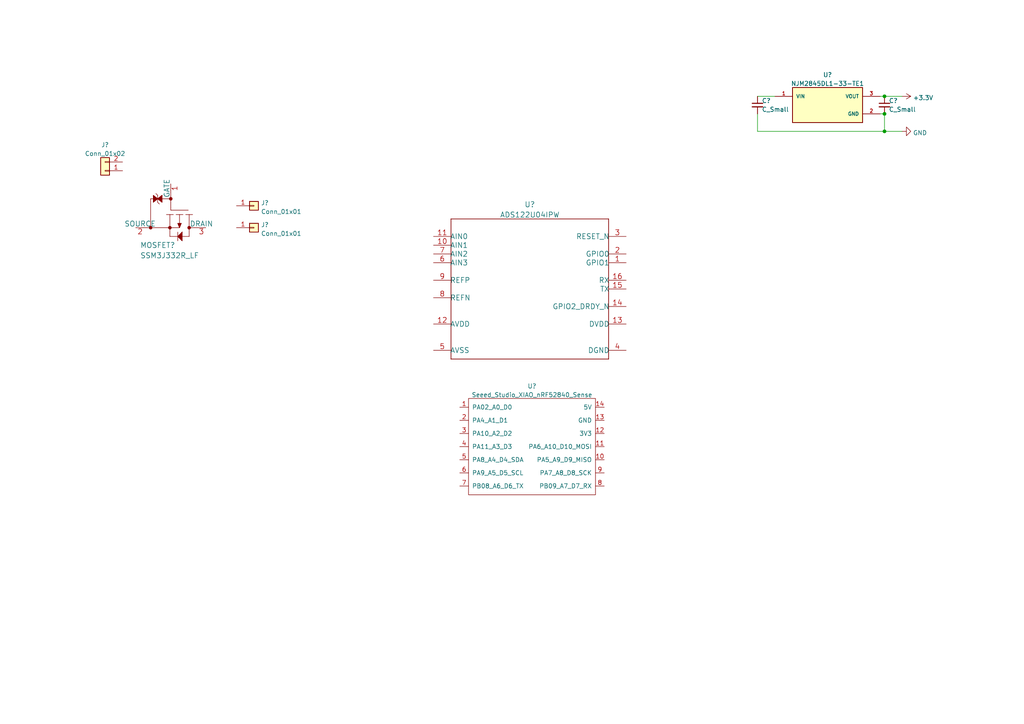
<source format=kicad_sch>
(kicad_sch (version 20211123) (generator eeschema)
  (paper "A4")
  (lib_symbols
    (symbol "ADS122U04IPW:ADS122U04IPW" (pin_names (offset -0.254))
      (property "Reference" "U" (at 0 2.54 0))
      (property "Value" "ADS122U04IPW" (at 0 0 0))
      (symbol "ADS122U04IPW_1_1"
        (polyline (pts (xy -22.86 -20.32) (xy 22.86 -20.32)) (stroke (width 0.2032)))
        (polyline (pts (xy -22.86 20.32) (xy -22.86 -20.32)) (stroke (width 0.2032)))
        (polyline (pts (xy 22.86 -20.32) (xy 22.86 20.32)) (stroke (width 0.2032)))
        (polyline (pts (xy 22.86 20.32) (xy -22.86 20.32)) (stroke (width 0.2032)))
        (pin bidirectional line (at 27.94 7.62 180) (length 5.08) (name "GPIO1") (number "1"))
        (pin input line (at -27.94 12.7 0) (length 5.08) (name "AIN1") (number "10"))
        (pin input line (at -27.94 15.24 0) (length 5.08) (name "AIN0") (number "11"))
        (pin power_in line (at -27.94 -10.16 0) (length 5.08) (name "AVDD") (number "12"))
        (pin power_in line (at 27.94 -10.16 180) (length 5.08) (name "DVDD") (number "13"))
        (pin bidirectional line (at 27.94 -5.08 180) (length 5.08) (name "GPIO2_DRDY_N") (number "14"))
        (pin output line (at 27.94 0 180) (length 5.08) (name "TX") (number "15"))
        (pin input line (at 27.94 2.54 180) (length 5.08) (name "RX") (number "16"))
        (pin bidirectional line (at 27.94 10.16 180) (length 5.08) (name "GPIO0") (number "2"))
        (pin input line (at 27.94 15.24 180) (length 5.08) (name "RESET_N") (number "3"))
        (pin power_in line (at 27.94 -17.78 180) (length 5.08) (name "DGND") (number "4"))
        (pin power_in line (at -27.94 -17.78 0) (length 5.08) (name "AVSS") (number "5"))
        (pin input line (at -27.94 7.62 0) (length 5.08) (name "AIN3") (number "6"))
        (pin input line (at -27.94 10.16 0) (length 5.08) (name "AIN2") (number "7"))
        (pin input line (at -27.94 -2.54 0) (length 5.08) (name "REFN") (number "8"))
        (pin input line (at -27.94 2.54 0) (length 5.08) (name "REFP") (number "9"))
      )
    )
    (symbol "Connector_Generic:Conn_01x01" (pin_names (offset 1.016) hide)
      (property "Reference" "J" (at 0 2.54 0))
      (property "Value" "Conn_01x01" (at 0 -2.54 0))
      (symbol "Conn_01x01_1_1"
        (rectangle (start -1.27 0.127) (end 0 -0.127) (stroke (width 0.1524)))
        (rectangle (start -1.27 1.27) (end 1.27 -1.27) (stroke (width 0.254)) (fill (type background)))
        (pin passive line (at -5.08 0 0) (length 3.81) (name "Pin_1") (number "1"))
      )
    )
    (symbol "Connector_Generic:Conn_01x02" (pin_names (offset 1.016) hide)
      (property "Reference" "J" (at 0 2.54 0))
      (property "Value" "Conn_01x02" (at 0 -5.08 0))
      (symbol "Conn_01x02_1_1"
        (rectangle (start -1.27 -2.413) (end 0 -2.667) (stroke (width 0.1524)))
        (rectangle (start -1.27 0.127) (end 0 -0.127) (stroke (width 0.1524)))
        (rectangle (start -1.27 1.27) (end 1.27 -3.81) (stroke (width 0.254)) (fill (type background)))
        (pin passive line (at -5.08 0 0) (length 3.81) (name "Pin_1") (number "1"))
        (pin passive line (at -5.08 -2.54 0) (length 3.81) (name "Pin_2") (number "2"))
      )
    )
    (symbol "Device:C_Small" (pin_numbers hide) (pin_names (offset 0.254) hide)
      (property "Reference" "C" (at 0.254 1.778 0))
      (property "Value" "C_Small" (at 0.254 -2.032 0))
      (symbol "C_Small_0_1"
        (polyline (pts (xy -1.524 -0.508) (xy 1.524 -0.508)) (stroke (width 0.3302)))
        (polyline (pts (xy -1.524 0.508) (xy 1.524 0.508)) (stroke (width 0.3048)))
      )
      (symbol "C_Small_1_1"
        (pin passive line (at 0 2.54 270) (length 2.032) (name "~") (number "1"))
        (pin passive line (at 0 -2.54 90) (length 2.032) (name "~") (number "2"))
      )
    )
    (symbol "NJM2845DL1-33-TE1:NJM2845DL1-33-TE1" (pin_names (offset 1.016))
      (property "Reference" "U" (at -10.1854 5.842 0))
      (property "Value" "NJM2845DL1-33-TE1" (at -10.16 -7.62 0))
      (symbol "NJM2845DL1-33-TE1_0_0"
        (rectangle (start -10.16 -5.08) (end 10.16 5.08) (stroke (width 0.254)) (fill (type background)))
        (pin input line (at -15.24 2.54 0) (length 5.08) (name "VIN") (number "1"))
        (pin power_in line (at 15.24 -2.54 180) (length 5.08) (name "GND") (number "2"))
        (pin output line (at 15.24 2.54 180) (length 5.08) (name "VOUT") (number "3"))
      )
    )
    (symbol "SSM3J332RLF:SSM3J332R_LF" (pin_names (offset 0))
      (property "Reference" "MOSFET" (at 0 0 0))
      (property "Value" "SSM3J332R_LF" (at 0 0 0))
      (symbol "SSM3J332R_LF_1_1"
        (polyline (pts (xy 0 -7.62) (xy 4.572 -7.62)) (stroke (width 0.1524)))
        (polyline (pts (xy 0.762 -12.7) (xy 2.794 -12.7)) (stroke (width 0.1524)))
        (polyline (pts (xy 0.762 -11.43) (xy 0.254 -11.938)) (stroke (width 0.1524)))
        (polyline (pts (xy 0.762 -11.43) (xy 2.794 -11.43)) (stroke (width 0.1524)))
        (polyline (pts (xy 0.762 -10.16) (xy 1.778 -11.43)) (stroke (width 0.1524)))
        (polyline (pts (xy 0.762 -10.16) (xy 2.794 -10.16)) (stroke (width 0.1524)))
        (polyline (pts (xy 1.778 -13.462) (xy 10.16 -13.462)) (stroke (width 0.1524)))
        (polyline (pts (xy 1.778 -12.7) (xy 1.778 -13.462)) (stroke (width 0.1524)))
        (polyline (pts (xy 1.778 -11.43) (xy 0.762 -12.7)) (stroke (width 0.1524)))
        (polyline (pts (xy 1.778 -7.62) (xy 1.778 -10.16)) (stroke (width 0.1524)))
        (polyline (pts (xy 2.794 -12.7) (xy 1.778 -11.43)) (stroke (width 0.1524)))
        (polyline (pts (xy 2.794 -11.43) (xy 3.302 -10.922)) (stroke (width 0.1524)))
        (polyline (pts (xy 2.794 -10.16) (xy 1.778 -11.43)) (stroke (width 0.1524)))
        (polyline (pts (xy 5.08 -7.62) (xy 4.318 -7.62)) (stroke (width 0.1524)))
        (polyline (pts (xy 5.08 -7.62) (xy 5.08 -2.54)) (stroke (width 0.1524)))
        (polyline (pts (xy 6.35 -8.89) (xy 6.35 -6.858)) (stroke (width 0.1524)))
        (polyline (pts (xy 6.35 -7.874) (xy 12.7 -7.874)) (stroke (width 0.1524)))
        (polyline (pts (xy 6.35 -6.096) (xy 6.35 -4.064)) (stroke (width 0.1524)))
        (polyline (pts (xy 6.35 -5.08) (xy 8.89 -5.08)) (stroke (width 0.1524)))
        (polyline (pts (xy 6.35 -3.302) (xy 6.35 -1.27)) (stroke (width 0.1524)))
        (polyline (pts (xy 8.89 -5.588) (xy 10.16 -5.08)) (stroke (width 0.1524)))
        (polyline (pts (xy 8.89 -4.572) (xy 8.89 -5.588)) (stroke (width 0.1524)))
        (polyline (pts (xy 10.16 -5.08) (xy 8.89 -4.572)) (stroke (width 0.1524)))
        (polyline (pts (xy 10.16 -5.08) (xy 10.16 -15.24)) (stroke (width 0.1524)))
        (polyline (pts (xy 10.16 0) (xy 10.16 -2.286)) (stroke (width 0.1524)))
        (polyline (pts (xy 11.43 -5.588) (xy 13.97 -5.588)) (stroke (width 0.1524)))
        (polyline (pts (xy 11.43 -4.318) (xy 13.97 -4.318)) (stroke (width 0.1524)))
        (polyline (pts (xy 12.7 -7.874) (xy 12.7 -5.588)) (stroke (width 0.1524)))
        (polyline (pts (xy 12.7 -5.588) (xy 11.43 -4.318)) (stroke (width 0.1524)))
        (polyline (pts (xy 12.7 -4.318) (xy 12.7 -2.286)) (stroke (width 0.1524)))
        (polyline (pts (xy 12.7 -2.286) (xy 6.35 -2.286)) (stroke (width 0.1524)))
        (polyline (pts (xy 13.97 -4.318) (xy 12.7 -5.588)) (stroke (width 0.1524)))
        (polyline (pts (xy 8.89 -4.572) (xy 8.89 -5.588) (xy 10.16 -5.08) (xy 8.89 -4.572)) (fill (type outline)))
        (polyline (pts (xy 11.43 -4.318) (xy 12.7 -5.588) (xy 13.97 -4.318) (xy 11.43 -4.318)) (fill (type outline)))
        (polyline (pts (xy 0.762 -10.16) (xy 1.778 -11.43) (xy 0.762 -12.7) (xy 2.794 -12.7) (xy 1.778 -11.43) (xy 2.794 -10.16) (xy 0.762 -10.16)) (fill (type outline)))
        (circle (center 1.778 -7.62) (radius 0.254) (stroke (width 0.508)))
        (circle (center 10.16 -13.462) (radius 0.254) (stroke (width 0.508)))
        (circle (center 10.16 -7.874) (radius 0.254) (stroke (width 0.508)))
        (circle (center 10.16 -2.286) (radius 0.254) (stroke (width 0.508)))
        (pin unspecified line (at -2.54 -7.62 0) (length 2.54) (name "GATE") (number "1"))
        (pin unspecified line (at 10.16 -17.78 90) (length 2.54) (name "SOURCE") (number "2"))
        (pin unspecified line (at 10.16 2.54 270) (length 2.54) (name "DRAIN") (number "3"))
      )
    )
    (symbol "Seeed_Studio_XIAO_nRF52840_Sense:Seeed_Studio_XIAO_nRF52840_Sense" (pin_names (offset 1.016))
      (property "Reference" "U" (at 0 -17.78 0))
      (property "Value" "Seeed_Studio_XIAO_nRF52840_Sense" (at -1.27 -15.24 0))
      (symbol "Seeed_Studio_XIAO_nRF52840_Sense_0_1"
        (rectangle (start -19.05 13.97) (end 17.78 -13.97))
      )
      (symbol "Seeed_Studio_XIAO_nRF52840_Sense_1_1"
        (pin unspecified line (at -21.59 11.43 0) (length 2.54) (name "PA02_A0_D0") (number "1"))
        (pin unspecified line (at 20.32 -3.81 180) (length 2.54) (name "PA5_A9_D9_MISO") (number "10"))
        (pin unspecified line (at 20.32 0 180) (length 2.54) (name "PA6_A10_D10_MOSI") (number "11"))
        (pin unspecified line (at 20.32 3.81 180) (length 2.54) (name "3V3") (number "12"))
        (pin unspecified line (at 20.32 7.62 180) (length 2.54) (name "GND") (number "13"))
        (pin unspecified line (at 20.32 11.43 180) (length 2.54) (name "5V") (number "14"))
        (pin unspecified line (at -21.59 7.62 0) (length 2.54) (name "PA4_A1_D1") (number "2"))
        (pin unspecified line (at -21.59 3.81 0) (length 2.54) (name "PA10_A2_D2") (number "3"))
        (pin unspecified line (at -21.59 0 0) (length 2.54) (name "PA11_A3_D3") (number "4"))
        (pin unspecified line (at -21.59 -3.81 0) (length 2.54) (name "PA8_A4_D4_SDA") (number "5"))
        (pin unspecified line (at -21.59 -7.62 0) (length 2.54) (name "PA9_A5_D5_SCL") (number "6"))
        (pin unspecified line (at -21.59 -11.43 0) (length 2.54) (name "PB08_A6_D6_TX") (number "7"))
        (pin unspecified line (at 20.32 -11.43 180) (length 2.54) (name "PB09_A7_D7_RX") (number "8"))
        (pin unspecified line (at 20.32 -7.62 180) (length 2.54) (name "PA7_A8_D8_SCK") (number "9"))
      )
    )
    (symbol "power:+3.3V" (power) (pin_names (offset 0))
      (property "Value" "+3.3V" (at 0 3.556 0))
      (symbol "+3.3V_0_1"
        (polyline (pts (xy -0.762 1.27) (xy 0 2.54)))
        (polyline (pts (xy 0 0) (xy 0 2.54)))
        (polyline (pts (xy 0 2.54) (xy 0.762 1.27)))
      )
      (symbol "+3.3V_1_1"
        (pin power_in line (at 0 0 90) (length 0) hide (name "+3.3V") (number "1"))
      )
    )
    (symbol "power:GND" (power) (pin_names (offset 0))
      (property "Value" "GND" (at 0 -3.81 0))
      (symbol "GND_0_1"
        (polyline (pts (xy 0 0) (xy 0 -1.27) (xy 1.27 -1.27) (xy 0 -2.54) (xy -1.27 -1.27) (xy 0 -1.27)))
      )
      (symbol "GND_1_1"
        (pin power_in line (at 0 0 270) (length 0) hide (name "GND") (number "1"))
      )
    )
  )
  (junction (at 256.54 33.02))
  (junction (at 256.54 38.1))
  (junction (at 256.54 27.94))
  (wire (pts (xy 256.54 27.94) (xy 261.62 27.94)))
  (wire (pts (xy 219.71 27.94) (xy 224.79 27.94)))
  (wire (pts (xy 256.54 38.1) (xy 219.71 38.1)))
  (wire (pts (xy 255.27 27.94) (xy 256.54 27.94)))
  (wire (pts (xy 255.27 33.02) (xy 256.54 33.02)))
  (wire (pts (xy 219.71 38.1) (xy 219.71 33.02)))
  (wire (pts (xy 261.62 38.1) (xy 256.54 38.1)))
  (wire (pts (xy 256.54 33.02) (xy 256.54 38.1)))
  (symbol (lib_id "ADS122U04IPW:ADS122U04IPW") (at 153.67 83.82 0) (unit 1)
    (property "Reference" "U?" (at 153.67 59.3143 0) (effects (font (size 1.524 1.524))))
    (property "Value" "ADS122U04IPW" (at 153.67 62.3077 0) (effects (font (size 1.524 1.524))))
    (property "Footprint" "PW0016A_N" (effects hide))
  )
  (symbol (lib_id "NJM2845DL1-33-TE1:NJM2845DL1-33-TE1") (at 240.03 30.48 0) (unit 1)
    (property "Reference" "U?" (at 240.03 21.7002 0))
    (property "Value" "NJM2845DL1-33-TE1" (at 240.03 24.2371 0))
    (property "Footprint" "DPAK228P968X238-4N" (effects hide))
    (property "STANDARD" "IPC 7351B" (effects hide))
    (property "MANUFACTURER" "JRC" (effects hide))
    (property "PARTREV" "2012-10-31" (effects hide))
  )
  (symbol (lib_id "power:+3.3V") (at 261.62 27.94 270) (unit 1)
    (property "Reference" "#PWR?" (effects hide))
    (property "Value" "+3.3V" (at 264.795 28.3738 90) (effects (justify left)))
  )
  (symbol (lib_id "power:GND") (at 261.62 38.1 90) (unit 1)
    (property "Reference" "#PWR?" (effects hide))
    (property "Value" "GND" (at 264.795 38.5338 90) (effects (justify right)))
  )
  (symbol (lib_id "Connector_Generic:Conn_01x02") (at 30.48 49.53 180) (unit 1)
    (property "Reference" "J?" (at 30.48 42.0202 0))
    (property "Value" "Conn_01x02" (at 30.48 44.5571 0))
  )
  (symbol (lib_id "Device:C_Small") (at 219.71 30.48 0) (unit 1)
    (property "Reference" "C?" (at 220.98 29.21 0) (effects (justify left)))
    (property "Value" "C_Small" (at 220.98 31.75 0) (effects (justify left)))
  )
  (symbol (lib_id "Device:C_Small") (at 256.54 30.48 0) (unit 1)
    (property "Reference" "C?" (at 257.81 29.21 0) (effects (justify left)))
    (property "Value" "C_Small" (at 257.81 31.75 0) (effects (justify left)))
  )
  (symbol (lib_id "Connector_Generic:Conn_01x01") (at 73.66 66.04 0) (unit 1)
    (property "Reference" "J?" (at 75.692 65.2053 0) (effects (justify left)))
    (property "Value" "Conn_01x01" (at 75.692 67.7422 0) (effects (justify left)))
  )
  (symbol (lib_id "Seeed_Studio_XIAO_nRF52840_Sense:Seeed_Studio_XIAO_nRF52840_Sense") (at 154.94 129.54 0) (unit 1)
    (property "Reference" "U?" (at 154.305 111.9972 0))
    (property "Value" "Seeed_Studio_XIAO_nRF52840_Sense" (at 154.305 114.5341 0))
  )
  (symbol (lib_id "SSM3J332RLF:SSM3J332R_LF") (at 57.15 55.88 270) (unit 1)
    (property "Reference" "MOSFET?" (at 40.64 71.12 90) (effects (font (size 1.524 1.524)) (justify left)))
    (property "Value" "SSM3J332R_LF" (at 40.64 74.1134 90) (effects (font (size 1.524 1.524)) (justify left)))
    (property "Footprint" "SOT-23F_TOS" (effects hide))
  )
  (symbol (lib_id "Connector_Generic:Conn_01x01") (at 73.66 59.69 0) (unit 1)
    (property "Reference" "J?" (at 75.692 58.8553 0) (effects (justify left)))
    (property "Value" "Conn_01x01" (at 75.692 61.3922 0) (effects (justify left)))
  )
)
</source>
